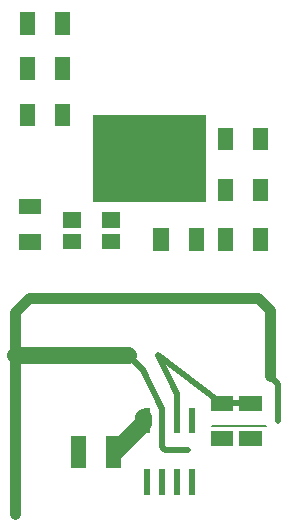
<source format=gbr>
G04 start of page 10 for group -4015 idx -4015 *
G04 Title: (unknown), toppaste *
G04 Creator: pcb 20140316 *
G04 CreationDate: Fri 08 May 2015 01:38:14 PM GMT UTC *
G04 For: fosse *
G04 Format: Gerber/RS-274X *
G04 PCB-Dimensions (mil): 1250.00 2150.00 *
G04 PCB-Coordinate-Origin: lower left *
%MOIN*%
%FSLAX25Y25*%
%LNTOPPASTE*%
%ADD84C,0.0070*%
%ADD83R,0.2900X0.2900*%
%ADD82C,0.0200*%
%ADD81C,0.0550*%
%ADD80C,0.0350*%
%ADD79R,0.0200X0.0200*%
%ADD78R,0.0512X0.0512*%
G54D78*X21819Y128500D02*X24181D01*
X21819Y116690D02*X24181D01*
X88095Y118681D02*Y116319D01*
X99905Y118681D02*Y116319D01*
X22095Y175681D02*Y173319D01*
X33905Y175681D02*Y173319D01*
X22095Y190681D02*Y188319D01*
X33905Y190681D02*Y188319D01*
X22095Y160181D02*Y157819D01*
X33905Y160181D02*Y157819D01*
X66595Y118681D02*Y116319D01*
X78405Y118681D02*Y116319D01*
X36607Y124043D02*X37393D01*
X36607Y116957D02*X37393D01*
X49607Y124043D02*X50393D01*
X49607Y116957D02*X50393D01*
X88095Y135181D02*Y132819D01*
X99905Y135181D02*Y132819D01*
X88095Y152181D02*Y149819D01*
X99905Y152181D02*Y149819D01*
X85819Y62914D02*X88181D01*
X85819Y51104D02*X88181D01*
X39095Y49505D02*Y43995D01*
X50905Y49505D02*Y43995D01*
G54D79*X77000Y60500D02*Y54000D01*
X72000Y60500D02*Y54000D01*
X67000Y60500D02*Y54000D01*
X62000Y60500D02*Y54000D01*
Y40000D02*Y33500D01*
X67000Y40000D02*Y33500D01*
X72000Y40000D02*Y33500D01*
X77000Y40000D02*Y33500D01*
G54D78*X95319Y62905D02*X97681D01*
X95319Y51095D02*X97681D01*
G54D80*X99000Y98000D02*X103000Y94000D01*
Y72000D01*
X22500Y98000D02*X99000D01*
X18000Y93500D02*X22500Y98000D01*
X18000Y93500D02*Y26000D01*
G54D81*X50905Y46750D02*X60500Y56345D01*
Y58500D02*Y56345D01*
G54D82*X67000Y57250D02*Y48500D01*
X87000Y62914D02*X96491D01*
X103000Y72000D02*X105500Y69500D01*
Y57000D01*
X67000Y61000D02*Y57500D01*
X60500Y74000D02*X67000Y61000D01*
X55500Y79000D02*X60500Y74000D01*
X65500Y79000D02*X86500Y62914D01*
X72000Y66000D02*Y57500D01*
X65500Y79000D02*X72000Y66000D01*
G54D81*X18000Y79000D02*X55500D01*
G54D83*X58500Y144500D02*X67000D01*
G54D84*X83500Y55500D02*X101500D01*
G54D82*X68000Y47500D02*X75500D01*
X67000Y48500D02*X68000Y47500D01*
M02*

</source>
